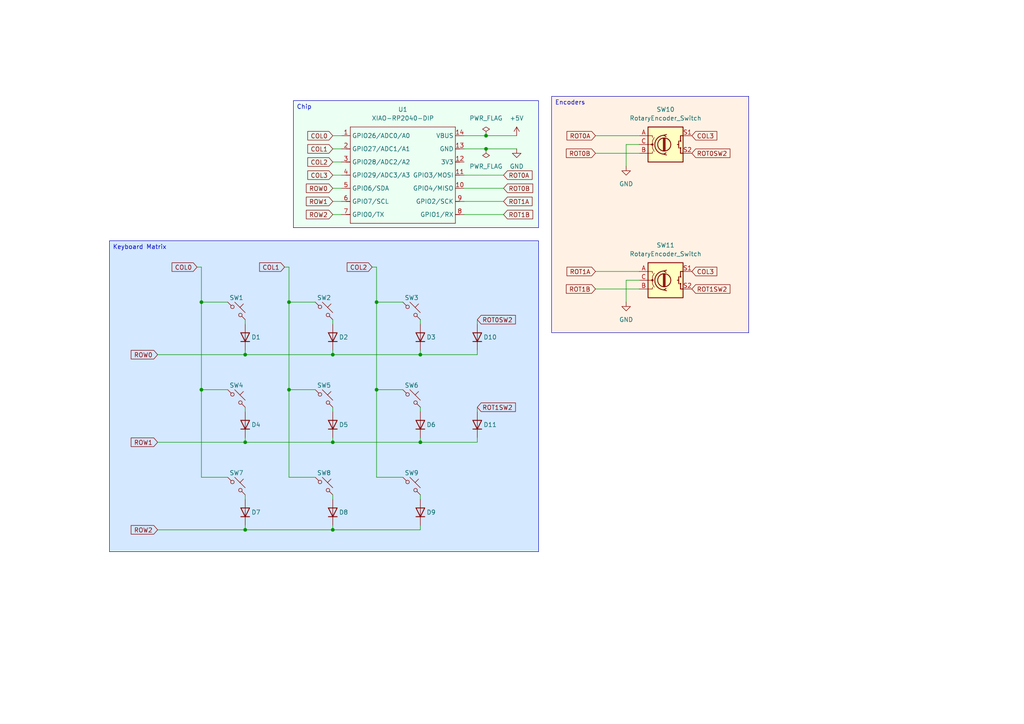
<source format=kicad_sch>
(kicad_sch (version 20250114) (generator "eeschema") (generator_version "9.0")
  (paper "A4")
  (lib_symbols
    (symbol "Device:RotaryEncoder_Switch" (pin_names (offset 0.254) (hide yes))
      (property "Reference" "SW" (at 0 6.604 0))
      (property "Value" "RotaryEncoder_Switch" (at 0 -6.604 0))
      (symbol "RotaryEncoder_Switch_0_1"
        (rectangle (start -5.08 5.08) (end 5.08 -5.08) (stroke (width 0.254)) (fill (type background)))
        (polyline (pts (xy -5.08 2.54) (xy -3.81 2.54) (xy -3.81 2.032)))
        (polyline (pts (xy -5.08 0) (xy -3.81 0) (xy -3.81 -1.016) (xy -3.302 -2.032)))
        (polyline (pts (xy -5.08 -2.54) (xy -3.81 -2.54) (xy -3.81 -2.032)))
        (polyline (pts (xy -4.318 0) (xy -3.81 0) (xy -3.81 1.016) (xy -3.302 2.032)))
        (circle (center -3.81 0) (radius 0.254) (fill (type outline)))
        (polyline (pts (xy -0.635 -1.778) (xy -0.635 1.778)) (stroke (width 0.254)))
        (circle (center -0.381 0) (radius 1.905) (stroke (width 0.254)))
        (polyline (pts (xy -0.381 -1.778) (xy -0.381 1.778)) (stroke (width 0.254)))
        (arc (start -0.381 -2.794) (mid -3.0988 -0.0635) (end -0.381 2.667) (stroke (width 0.254)))
        (polyline (pts (xy -0.127 1.778) (xy -0.127 -1.778)) (stroke (width 0.254)))
        (polyline (pts (xy 0.254 2.921) (xy -0.508 2.667) (xy 0.127 2.286)) (stroke (width 0.254)))
        (polyline (pts (xy 0.254 -3.048) (xy -0.508 -2.794) (xy 0.127 -2.413)) (stroke (width 0.254)))
        (polyline (pts (xy 3.81 1.016) (xy 3.81 -1.016)) (stroke (width 0.254)))
        (polyline (pts (xy 3.81 0) (xy 3.429 0)) (stroke (width 0.254)))
        (circle (center 4.318 1.016) (radius 0.127) (stroke (width 0.254)))
        (circle (center 4.318 -1.016) (radius 0.127) (stroke (width 0.254)))
        (polyline (pts (xy 5.08 2.54) (xy 4.318 2.54) (xy 4.318 1.016)) (stroke (width 0.254)))
        (polyline (pts (xy 5.08 -2.54) (xy 4.318 -2.54) (xy 4.318 -1.016)) (stroke (width 0.254)))
      )
      (symbol "RotaryEncoder_Switch_1_1"
        (pin passive line (at -7.62 2.54 0) (length 2.54) (name "A") (number "A"))
        (pin passive line (at -7.62 0 0) (length 2.54) (name "C") (number "C"))
        (pin passive line (at -7.62 -2.54 0) (length 2.54) (name "B") (number "B"))
        (pin passive line (at 7.62 2.54 180) (length 2.54) (name "S1") (number "S1"))
        (pin passive line (at 7.62 -2.54 180) (length 2.54) (name "S2") (number "S2"))
      )
    )
    (symbol "Diode:1N4148" (pin_numbers (hide yes)) (pin_names (hide yes))
      (property "Reference" "D" (at 0 2.54 0))
      (property "Value" "1N4148" (at 0 -2.54 0))
      (symbol "1N4148_0_1"
        (polyline (pts (xy -1.27 1.27) (xy -1.27 -1.27)) (stroke (width 0.254)))
        (polyline (pts (xy 1.27 1.27) (xy 1.27 -1.27) (xy -1.27 0) (xy 1.27 1.27)) (stroke (width 0.254)))
        (polyline (pts (xy 1.27 0) (xy -1.27 0)))
      )
      (symbol "1N4148_1_1"
        (pin passive line (at -3.81 0 0) (length 2.54) (name "K") (number "1"))
        (pin passive line (at 3.81 0 180) (length 2.54) (name "A") (number "2"))
      )
    )
    (symbol "Seeed_Studio_XIAO_Series:XIAO-RP2040-DIP"
      (property "Reference" "U" (at 0 0 0))
      (property "Value" "XIAO-RP2040-DIP" (at 5.334 -1.778 0))
      (symbol "XIAO-RP2040-DIP_1_0"
        (polyline (pts (xy -1.27 -2.54) (xy 29.21 -2.54)) (stroke (width 0.1524)))
        (polyline (pts (xy -1.27 -5.08) (xy -2.54 -5.08)) (stroke (width 0.1524)))
        (polyline (pts (xy -1.27 -5.08) (xy -1.27 -2.54)) (stroke (width 0.1524)))
        (polyline (pts (xy -1.27 -8.89) (xy -2.54 -8.89)) (stroke (width 0.1524)))
        (polyline (pts (xy -1.27 -8.89) (xy -1.27 -5.08)) (stroke (width 0.1524)))
        (polyline (pts (xy -1.27 -12.7) (xy -2.54 -12.7)) (stroke (width 0.1524)))
        (polyline (pts (xy -1.27 -12.7) (xy -1.27 -8.89)) (stroke (width 0.1524)))
        (polyline (pts (xy -1.27 -16.51) (xy -2.54 -16.51)) (stroke (width 0.1524)))
        (polyline (pts (xy -1.27 -16.51) (xy -1.27 -12.7)) (stroke (width 0.1524)))
        (polyline (pts (xy -1.27 -20.32) (xy -2.54 -20.32)) (stroke (width 0.1524)))
        (polyline (pts (xy -1.27 -24.13) (xy -2.54 -24.13)) (stroke (width 0.1524)))
        (polyline (pts (xy -1.27 -27.94) (xy -2.54 -27.94)) (stroke (width 0.1524)))
        (polyline (pts (xy -1.27 -30.48) (xy -1.27 -16.51)) (stroke (width 0.1524)))
        (polyline (pts (xy 29.21 -2.54) (xy 29.21 -5.08)) (stroke (width 0.1524)))
        (polyline (pts (xy 29.21 -5.08) (xy 29.21 -8.89)) (stroke (width 0.1524)))
        (polyline (pts (xy 29.21 -8.89) (xy 29.21 -12.7)) (stroke (width 0.1524)))
        (polyline (pts (xy 29.21 -12.7) (xy 29.21 -30.48)) (stroke (width 0.1524)))
        (polyline (pts (xy 29.21 -30.48) (xy -1.27 -30.48)) (stroke (width 0.1524)))
        (polyline (pts (xy 30.48 -5.08) (xy 29.21 -5.08)) (stroke (width 0.1524)))
        (polyline (pts (xy 30.48 -8.89) (xy 29.21 -8.89)) (stroke (width 0.1524)))
        (polyline (pts (xy 30.48 -12.7) (xy 29.21 -12.7)) (stroke (width 0.1524)))
        (polyline (pts (xy 30.48 -16.51) (xy 29.21 -16.51)) (stroke (width 0.1524)))
        (polyline (pts (xy 30.48 -20.32) (xy 29.21 -20.32)) (stroke (width 0.1524)))
        (polyline (pts (xy 30.48 -24.13) (xy 29.21 -24.13)) (stroke (width 0.1524)))
        (polyline (pts (xy 30.48 -27.94) (xy 29.21 -27.94)) (stroke (width 0.1524)))
        (pin passive line (at -3.81 -5.08 0) (length 2.54) (name "GPIO26/ADC0/A0") (number "1"))
        (pin passive line (at -3.81 -8.89 0) (length 2.54) (name "GPIO27/ADC1/A1") (number "2"))
        (pin passive line (at -3.81 -12.7 0) (length 2.54) (name "GPIO28/ADC2/A2") (number "3"))
        (pin passive line (at -3.81 -16.51 0) (length 2.54) (name "GPIO29/ADC3/A3") (number "4"))
        (pin passive line (at -3.81 -20.32 0) (length 2.54) (name "GPIO6/SDA") (number "5"))
        (pin passive line (at -3.81 -24.13 0) (length 2.54) (name "GPIO7/SCL") (number "6"))
        (pin passive line (at -3.81 -27.94 0) (length 2.54) (name "GPIO0/TX") (number "7"))
        (pin passive line (at 31.75 -5.08 180) (length 2.54) (name "VBUS") (number "14"))
        (pin passive line (at 31.75 -8.89 180) (length 2.54) (name "GND") (number "13"))
        (pin passive line (at 31.75 -12.7 180) (length 2.54) (name "3V3") (number "12"))
        (pin passive line (at 31.75 -16.51 180) (length 2.54) (name "GPIO3/MOSI") (number "11"))
        (pin passive line (at 31.75 -20.32 180) (length 2.54) (name "GPIO4/MISO") (number "10"))
        (pin passive line (at 31.75 -24.13 180) (length 2.54) (name "GPIO2/SCK") (number "9"))
        (pin passive line (at 31.75 -27.94 180) (length 2.54) (name "GPIO1/RX") (number "8"))
      )
    )
    (symbol "Switch:SW_Push_45deg" (pin_numbers (hide yes)) (pin_names (offset 1.016) (hide yes))
      (property "Reference" "SW" (at 3.048 1.016 0))
      (property "Value" "SW_Push_45deg" (at 0 -3.81 0))
      (symbol "SW_Push_45deg_0_1"
        (polyline (pts (xy -2.54 2.54) (xy -1.524 1.524) (xy -1.524 1.524)))
        (circle (center -1.1684 1.1684) (radius 0.508))
        (polyline (pts (xy -0.508 2.54) (xy 2.54 -0.508)))
        (polyline (pts (xy 1.016 1.016) (xy 2.032 2.032)))
        (circle (center 1.143 -1.1938) (radius 0.508))
        (polyline (pts (xy 1.524 -1.524) (xy 2.54 -2.54) (xy 2.54 -2.54) (xy 2.54 -2.54)))
        (pin passive line (at -2.54 2.54 0) (length 0) (name "1") (number "1"))
        (pin passive line (at 2.54 -2.54 180) (length 0) (name "2") (number "2"))
      )
    )
    (symbol "power:+5V" (power) (pin_numbers (hide yes)) (pin_names (offset 0) (hide yes))
      (property "Value" "+5V" (at 0 3.556 0))
      (symbol "+5V_0_1"
        (polyline (pts (xy -0.762 1.27) (xy 0 2.54)))
        (polyline (pts (xy 0 2.54) (xy 0.762 1.27)))
        (polyline (pts (xy 0 0) (xy 0 2.54)))
      )
      (symbol "+5V_1_1"
        (pin power_in line (at 0 0 90) (length 0) (name "~") (number "1"))
      )
    )
    (symbol "power:GND" (power) (pin_numbers (hide yes)) (pin_names (offset 0) (hide yes))
      (property "Value" "GND" (at 0 -3.81 0))
      (symbol "GND_0_1"
        (polyline (pts (xy 0 0) (xy 0 -1.27) (xy 1.27 -1.27) (xy 0 -2.54) (xy -1.27 -1.27) (xy 0 -1.27)))
      )
      (symbol "GND_1_1"
        (pin power_in line (at 0 0 270) (length 0) (name "~") (number "1"))
      )
    )
    (symbol "power:PWR_FLAG" (power) (pin_numbers (hide yes)) (pin_names (offset 0) (hide yes))
      (property "Value" "PWR_FLAG" (at 0 3.81 0))
      (symbol "PWR_FLAG_0_0"
        (pin power_out line (at 0 0 90) (length 0) (name "~") (number "1"))
      )
      (symbol "PWR_FLAG_0_1"
        (polyline (pts (xy 0 0) (xy 0 1.27) (xy -1.016 1.905) (xy 0 2.54) (xy 1.016 1.905) (xy 0 1.27)))
      )
    )
  )
  (text_box "Keyboard Matrix" (at 31.75 69.85 0) (size 124.46 90.17) (margins 0.9525 0.9525 0.9525 0.9525) (fill (type color) (color 212 232 255 1)) (effects (font (size 1.27 1.27)) (justify left top)))
  (text_box "Chip" (at 85.09 29.21 0) (size 71.12 36.83) (margins 0.9525 0.9525 0.9525 0.9525) (fill (type color) (color 235 255 243 1)) (effects (font (size 1.27 1.27)) (justify left top)))
  (text_box "Encoders" (at 160.02 27.94 0) (size 57.15 68.58) (margins 0.9525 0.9525 0.9525 0.9525) (fill (type color) (color 255 242 228 1)) (effects (font (size 1.27 1.27)) (justify left top)))
  (junction (at 140.97 43.18))
  (junction (at 71.12 128.27))
  (junction (at 121.92 128.27))
  (junction (at 109.22 87.63))
  (junction (at 58.42 113.03))
  (junction (at 96.52 102.87))
  (junction (at 121.92 102.87))
  (junction (at 71.12 153.67))
  (junction (at 83.82 87.63))
  (junction (at 140.97 39.37))
  (junction (at 58.42 87.63))
  (junction (at 71.12 102.87))
  (junction (at 96.52 153.67))
  (junction (at 109.22 113.03))
  (junction (at 96.52 128.27))
  (junction (at 83.82 113.03))
  (wire (pts (xy 138.43 128.27) (xy 138.43 127)))
  (wire (pts (xy 109.22 87.63) (xy 116.84 87.63)))
  (wire (pts (xy 96.52 128.27) (xy 121.92 128.27)))
  (wire (pts (xy 121.92 153.67) (xy 121.92 152.4)))
  (wire (pts (xy 138.43 92.71) (xy 138.43 93.98)))
  (wire (pts (xy 109.22 113.03) (xy 116.84 113.03)))
  (wire (pts (xy 134.62 54.61) (xy 146.05 54.61)))
  (wire (pts (xy 134.62 58.42) (xy 146.05 58.42)))
  (wire (pts (xy 134.62 50.8) (xy 146.05 50.8)))
  (wire (pts (xy 96.52 39.37) (xy 99.06 39.37)))
  (wire (pts (xy 96.52 128.27) (xy 96.52 127)))
  (wire (pts (xy 140.97 39.37) (xy 149.86 39.37)))
  (wire (pts (xy 109.22 87.63) (xy 109.22 113.03)))
  (wire (pts (xy 121.92 128.27) (xy 138.43 128.27)))
  (wire (pts (xy 138.43 102.87) (xy 138.43 101.6)))
  (wire (pts (xy 140.97 43.18) (xy 149.86 43.18)))
  (wire (pts (xy 83.82 138.43) (xy 91.44 138.43)))
  (wire (pts (xy 83.82 87.63) (xy 91.44 87.63)))
  (wire (pts (xy 121.92 118.11) (xy 121.92 119.38)))
  (wire (pts (xy 45.72 128.27) (xy 71.12 128.27)))
  (wire (pts (xy 58.42 113.03) (xy 66.04 113.03)))
  (wire (pts (xy 121.92 102.87) (xy 121.92 101.6)))
  (wire (pts (xy 96.52 46.99) (xy 99.06 46.99)))
  (wire (pts (xy 58.42 87.63) (xy 66.04 87.63)))
  (wire (pts (xy 45.72 102.87) (xy 71.12 102.87)))
  (wire (pts (xy 58.42 138.43) (xy 66.04 138.43)))
  (wire (pts (xy 121.92 102.87) (xy 138.43 102.87)))
  (wire (pts (xy 82.55 77.47) (xy 83.82 77.47)))
  (wire (pts (xy 96.52 58.42) (xy 99.06 58.42)))
  (wire (pts (xy 71.12 92.71) (xy 71.12 93.98)))
  (wire (pts (xy 121.92 128.27) (xy 121.92 127)))
  (wire (pts (xy 71.12 128.27) (xy 96.52 128.27)))
  (wire (pts (xy 83.82 87.63) (xy 83.82 113.03)))
  (wire (pts (xy 71.12 153.67) (xy 71.12 152.4)))
  (wire (pts (xy 181.61 41.91) (xy 181.61 48.26)))
  (wire (pts (xy 96.52 102.87) (xy 96.52 101.6)))
  (wire (pts (xy 83.82 77.47) (xy 83.82 87.63)))
  (wire (pts (xy 121.92 92.71) (xy 121.92 93.98)))
  (wire (pts (xy 96.52 92.71) (xy 96.52 93.98)))
  (wire (pts (xy 96.52 102.87) (xy 121.92 102.87)))
  (wire (pts (xy 181.61 81.28) (xy 181.61 87.63)))
  (wire (pts (xy 109.22 138.43) (xy 116.84 138.43)))
  (wire (pts (xy 71.12 102.87) (xy 71.12 101.6)))
  (wire (pts (xy 58.42 77.47) (xy 58.42 87.63)))
  (wire (pts (xy 71.12 118.11) (xy 71.12 119.38)))
  (wire (pts (xy 45.72 153.67) (xy 71.12 153.67)))
  (wire (pts (xy 121.92 143.51) (xy 121.92 144.78)))
  (wire (pts (xy 96.52 54.61) (xy 99.06 54.61)))
  (wire (pts (xy 96.52 153.67) (xy 121.92 153.67)))
  (wire (pts (xy 96.52 153.67) (xy 96.52 152.4)))
  (wire (pts (xy 134.62 39.37) (xy 140.97 39.37)))
  (wire (pts (xy 71.12 153.67) (xy 96.52 153.67)))
  (wire (pts (xy 96.52 62.23) (xy 99.06 62.23)))
  (wire (pts (xy 96.52 50.8) (xy 99.06 50.8)))
  (wire (pts (xy 96.52 143.51) (xy 96.52 144.78)))
  (wire (pts (xy 172.72 78.74) (xy 185.42 78.74)))
  (wire (pts (xy 71.12 102.87) (xy 96.52 102.87)))
  (wire (pts (xy 185.42 41.91) (xy 181.61 41.91)))
  (wire (pts (xy 96.52 43.18) (xy 99.06 43.18)))
  (wire (pts (xy 83.82 113.03) (xy 83.82 138.43)))
  (wire (pts (xy 71.12 128.27) (xy 71.12 127)))
  (wire (pts (xy 172.72 44.45) (xy 185.42 44.45)))
  (wire (pts (xy 134.62 62.23) (xy 146.05 62.23)))
  (wire (pts (xy 138.43 118.11) (xy 138.43 119.38)))
  (wire (pts (xy 109.22 77.47) (xy 109.22 87.63)))
  (wire (pts (xy 172.72 39.37) (xy 185.42 39.37)))
  (wire (pts (xy 58.42 87.63) (xy 58.42 113.03)))
  (wire (pts (xy 107.95 77.47) (xy 109.22 77.47)))
  (wire (pts (xy 96.52 118.11) (xy 96.52 119.38)))
  (wire (pts (xy 71.12 143.51) (xy 71.12 144.78)))
  (wire (pts (xy 58.42 113.03) (xy 58.42 138.43)))
  (wire (pts (xy 109.22 113.03) (xy 109.22 138.43)))
  (wire (pts (xy 134.62 43.18) (xy 140.97 43.18)))
  (wire (pts (xy 57.15 77.47) (xy 58.42 77.47)))
  (wire (pts (xy 83.82 113.03) (xy 91.44 113.03)))
  (wire (pts (xy 172.72 83.82) (xy 185.42 83.82)))
  (wire (pts (xy 185.42 81.28) (xy 181.61 81.28)))
  (global_label "COL3" (shape input) (at 200.66 39.37 0) (property "Intersheetrefs" "${INTERSHEET_REFS}" (effects (hide yes))))
  (global_label "ROT1A" (shape input) (at 146.05 58.42 0) (property "Intersheetrefs" "${INTERSHEET_REFS}" (effects (hide yes))))
  (global_label "ROT1B" (shape input) (at 172.72 83.82 180) (property "Intersheetrefs" "${INTERSHEET_REFS}" (effects (hide yes))))
  (global_label "ROW2" (shape input) (at 96.52 62.23 180) (property "Intersheetrefs" "${INTERSHEET_REFS}" (effects (hide yes))))
  (global_label "ROT0SW2" (shape input) (at 200.66 44.45 0) (property "Intersheetrefs" "${INTERSHEET_REFS}" (effects (hide yes))))
  (global_label "ROW1" (shape input) (at 45.72 128.27 180) (property "Intersheetrefs" "${INTERSHEET_REFS}" (effects (hide yes))))
  (global_label "COL1" (shape input) (at 82.55 77.47 180) (property "Intersheetrefs" "${INTERSHEET_REFS}" (effects (hide yes))))
  (global_label "COL3" (shape input) (at 200.66 78.74 0) (property "Intersheetrefs" "${INTERSHEET_REFS}" (effects (hide yes))))
  (global_label "ROT0A" (shape input) (at 172.72 39.37 180) (property "Intersheetrefs" "${INTERSHEET_REFS}" (effects (hide yes))))
  (global_label "ROT0B" (shape input) (at 146.05 54.61 0) (property "Intersheetrefs" "${INTERSHEET_REFS}" (effects (hide yes))))
  (global_label "COL0" (shape input) (at 96.52 39.37 180) (property "Intersheetrefs" "${INTERSHEET_REFS}" (effects (hide yes))))
  (global_label "COL2" (shape input) (at 107.95 77.47 180) (property "Intersheetrefs" "${INTERSHEET_REFS}" (effects (hide yes))))
  (global_label "ROT1A" (shape input) (at 172.72 78.74 180) (property "Intersheetrefs" "${INTERSHEET_REFS}" (effects (hide yes))))
  (global_label "ROT1SW2" (shape input) (at 200.66 83.82 0) (property "Intersheetrefs" "${INTERSHEET_REFS}" (effects (hide yes))))
  (global_label "ROT0A" (shape input) (at 146.05 50.8 0) (property "Intersheetrefs" "${INTERSHEET_REFS}" (effects (hide yes))))
  (global_label "ROT0B" (shape input) (at 172.72 44.45 180) (property "Intersheetrefs" "${INTERSHEET_REFS}" (effects (hide yes))))
  (global_label "COL2" (shape input) (at 96.52 46.99 180) (property "Intersheetrefs" "${INTERSHEET_REFS}" (effects (hide yes))))
  (global_label "ROT0SW2" (shape input) (at 138.43 92.71 0) (property "Intersheetrefs" "${INTERSHEET_REFS}" (effects (hide yes))))
  (global_label "COL0" (shape input) (at 57.15 77.47 180) (property "Intersheetrefs" "${INTERSHEET_REFS}" (effects (hide yes))))
  (global_label "ROW1" (shape input) (at 96.52 58.42 180) (property "Intersheetrefs" "${INTERSHEET_REFS}" (effects (hide yes))))
  (global_label "ROW0" (shape input) (at 96.52 54.61 180) (property "Intersheetrefs" "${INTERSHEET_REFS}" (effects (hide yes))))
  (global_label "ROW2" (shape input) (at 45.72 153.67 180) (property "Intersheetrefs" "${INTERSHEET_REFS}" (effects (hide yes))))
  (global_label "COL3" (shape input) (at 96.52 50.8 180) (property "Intersheetrefs" "${INTERSHEET_REFS}" (effects (hide yes))))
  (global_label "ROT1SW2" (shape input) (at 138.43 118.11 0) (property "Intersheetrefs" "${INTERSHEET_REFS}" (effects (hide yes))))
  (global_label "ROT1B" (shape input) (at 146.05 62.23 0) (property "Intersheetrefs" "${INTERSHEET_REFS}" (effects (hide yes))))
  (global_label "COL1" (shape input) (at 96.52 43.18 180) (property "Intersheetrefs" "${INTERSHEET_REFS}" (effects (hide yes))))
  (global_label "ROW0" (shape input) (at 45.72 102.87 180) (property "Intersheetrefs" "${INTERSHEET_REFS}" (effects (hide yes))))
  (symbol (lib_id "Diode:1N4148") (at 71.12 97.79 90) (unit 1)
    (property "Reference" "D1" (at 72.898 97.79 90) (effects (justify right)))
    (property "Value" "1N4148" (effects (hide yes)))
    (property "Footprint" "Diode_THT:D_DO-35_SOD27_P7.62mm_Horizontal" (effects (hide yes)))
    (property "Datasheet" "https://assets.nexperia.com/documents/data-sheet/1N4148_1N4448.pdf" (effects (hide yes)))
    (property "Description" "100V 0.15A standard switching diode, DO-35" (effects (hide yes)))
    (property "Sim.Device" "D" (effects (hide yes)))
    (property "Sim.Pins" "1=K 2=A" (effects (hide yes)))
  )
  (symbol (lib_id "Diode:1N4148") (at 96.52 148.59 90) (unit 1)
    (property "Reference" "D8" (at 98.298 148.59 90) (effects (justify right)))
    (property "Value" "1N4148" (effects (hide yes)))
    (property "Footprint" "Diode_THT:D_DO-35_SOD27_P7.62mm_Horizontal" (effects (hide yes)))
    (property "Datasheet" "https://assets.nexperia.com/documents/data-sheet/1N4148_1N4448.pdf" (effects (hide yes)))
    (property "Description" "100V 0.15A standard switching diode, DO-35" (effects (hide yes)))
    (property "Sim.Device" "D" (effects (hide yes)))
    (property "Sim.Pins" "1=K 2=A" (effects (hide yes)))
  )
  (symbol (lib_id "power:PWR_FLAG") (at 140.97 43.18 180) (unit 1)
    (property "Reference" "#FLG02" (effects (hide yes)))
    (property "Value" "PWR_FLAG" (at 140.97 48.26 0))
    (property "Description" "Special symbol for telling ERC where power comes from" (effects (hide yes)))
  )
  (symbol (lib_id "Device:RotaryEncoder_Switch") (at 193.04 81.28 0) (unit 1)
    (property "Reference" "SW11" (at 193.04 71.12 0))
    (property "Value" "RotaryEncoder_Switch" (at 193.04 73.66 0))
    (property "Footprint" "Rotary_Encoder:RotaryEncoder_Alps_EC11E-Switch_Vertical_H20mm" (effects (hide yes)))
    (property "Description" "Rotary encoder, dual channel, incremental quadrate outputs, with switch" (effects (hide yes)))
  )
  (symbol (lib_id "Switch:SW_Push_45deg") (at 68.58 115.57 0) (unit 1)
    (property "Reference" "SW4" (at 68.58 111.76 0))
    (property "Value" "SW_Push_45deg" (effects (hide yes)))
    (property "Footprint" "Button_Switch_Keyboard:SW_Cherry_MX_1.00u_PCB" (effects (hide yes)))
    (property "Description" "Push button switch, normally open, two pins, 45° tilted" (effects (hide yes)))
  )
  (symbol (lib_id "Diode:1N4148") (at 138.43 97.79 90) (unit 1)
    (property "Reference" "D10" (at 140.208 97.79 90) (effects (justify right)))
    (property "Value" "1N4148" (effects (hide yes)))
    (property "Footprint" "Diode_THT:D_DO-35_SOD27_P7.62mm_Horizontal" (effects (hide yes)))
    (property "Datasheet" "https://assets.nexperia.com/documents/data-sheet/1N4148_1N4448.pdf" (effects (hide yes)))
    (property "Description" "100V 0.15A standard switching diode, DO-35" (effects (hide yes)))
    (property "Sim.Device" "D" (effects (hide yes)))
    (property "Sim.Pins" "1=K 2=A" (effects (hide yes)))
  )
  (symbol (lib_id "Switch:SW_Push_45deg") (at 119.38 140.97 0) (unit 1)
    (property "Reference" "SW9" (at 119.38 137.16 0))
    (property "Value" "SW_Push_45deg" (effects (hide yes)))
    (property "Footprint" "Button_Switch_Keyboard:SW_Cherry_MX_1.00u_PCB" (effects (hide yes)))
    (property "Description" "Push button switch, normally open, two pins, 45° tilted" (effects (hide yes)))
  )
  (symbol (lib_id "power:GND") (at 149.86 43.18 0) (unit 1)
    (property "Reference" "#PWR01" (effects (hide yes)))
    (property "Value" "GND" (at 149.86 48.26 0))
    (property "Description" "Power symbol creates a global label with name \"GND\" , ground" (effects (hide yes)))
  )
  (symbol (lib_id "Switch:SW_Push_45deg") (at 93.98 90.17 0) (unit 1)
    (property "Reference" "SW2" (at 93.98 86.36 0))
    (property "Value" "SW_Push_45deg" (effects (hide yes)))
    (property "Footprint" "Button_Switch_Keyboard:SW_Cherry_MX_1.00u_PCB" (effects (hide yes)))
    (property "Description" "Push button switch, normally open, two pins, 45° tilted" (effects (hide yes)))
  )
  (symbol (lib_id "Diode:1N4148") (at 121.92 123.19 90) (unit 1)
    (property "Reference" "D6" (at 123.698 123.19 90) (effects (justify right)))
    (property "Value" "1N4148" (effects (hide yes)))
    (property "Footprint" "Diode_THT:D_DO-35_SOD27_P7.62mm_Horizontal" (effects (hide yes)))
    (property "Datasheet" "https://assets.nexperia.com/documents/data-sheet/1N4148_1N4448.pdf" (effects (hide yes)))
    (property "Description" "100V 0.15A standard switching diode, DO-35" (effects (hide yes)))
    (property "Sim.Device" "D" (effects (hide yes)))
    (property "Sim.Pins" "1=K 2=A" (effects (hide yes)))
  )
  (symbol (lib_id "Seeed_Studio_XIAO_Series:XIAO-RP2040-DIP") (at 102.87 34.29 0) (unit 1)
    (property "Reference" "U1" (at 116.84 31.75 0))
    (property "Value" "XIAO-RP2040-DIP" (at 116.84 34.29 0))
    (property "Footprint" "Seeed Studio XIAO Series Library:XIAO-RP2040-DIP" (effects (hide yes)))
  )
  (symbol (lib_id "Diode:1N4148") (at 71.12 123.19 90) (unit 1)
    (property "Reference" "D4" (at 72.898 123.19 90) (effects (justify right)))
    (property "Value" "1N4148" (effects (hide yes)))
    (property "Footprint" "Diode_THT:D_DO-35_SOD27_P7.62mm_Horizontal" (effects (hide yes)))
    (property "Datasheet" "https://assets.nexperia.com/documents/data-sheet/1N4148_1N4448.pdf" (effects (hide yes)))
    (property "Description" "100V 0.15A standard switching diode, DO-35" (effects (hide yes)))
    (property "Sim.Device" "D" (effects (hide yes)))
    (property "Sim.Pins" "1=K 2=A" (effects (hide yes)))
  )
  (symbol (lib_id "Diode:1N4148") (at 71.12 148.59 90) (unit 1)
    (property "Reference" "D7" (at 72.898 148.59 90) (effects (justify right)))
    (property "Value" "1N4148" (effects (hide yes)))
    (property "Footprint" "Diode_THT:D_DO-35_SOD27_P7.62mm_Horizontal" (effects (hide yes)))
    (property "Datasheet" "https://assets.nexperia.com/documents/data-sheet/1N4148_1N4448.pdf" (effects (hide yes)))
    (property "Description" "100V 0.15A standard switching diode, DO-35" (effects (hide yes)))
    (property "Sim.Device" "D" (effects (hide yes)))
    (property "Sim.Pins" "1=K 2=A" (effects (hide yes)))
  )
  (symbol (lib_id "power:GND") (at 181.61 48.26 0) (unit 1)
    (property "Reference" "#PWR07" (effects (hide yes)))
    (property "Value" "GND" (at 181.61 53.34 0))
    (property "Description" "Power symbol creates a global label with name \"GND\" , ground" (effects (hide yes)))
  )
  (symbol (lib_id "Diode:1N4148") (at 138.43 123.19 90) (unit 1)
    (property "Reference" "D11" (at 140.208 123.19 90) (effects (justify right)))
    (property "Value" "1N4148" (effects (hide yes)))
    (property "Footprint" "Diode_THT:D_DO-35_SOD27_P7.62mm_Horizontal" (effects (hide yes)))
    (property "Datasheet" "https://assets.nexperia.com/documents/data-sheet/1N4148_1N4448.pdf" (effects (hide yes)))
    (property "Description" "100V 0.15A standard switching diode, DO-35" (effects (hide yes)))
    (property "Sim.Device" "D" (effects (hide yes)))
    (property "Sim.Pins" "1=K 2=A" (effects (hide yes)))
  )
  (symbol (lib_id "Switch:SW_Push_45deg") (at 93.98 140.97 0) (unit 1)
    (property "Reference" "SW8" (at 93.98 137.16 0))
    (property "Value" "SW_Push_45deg" (effects (hide yes)))
    (property "Footprint" "Button_Switch_Keyboard:SW_Cherry_MX_1.00u_PCB" (effects (hide yes)))
    (property "Description" "Push button switch, normally open, two pins, 45° tilted" (effects (hide yes)))
  )
  (symbol (lib_id "Diode:1N4148") (at 121.92 97.79 90) (unit 1)
    (property "Reference" "D3" (at 123.698 97.79 90) (effects (justify right)))
    (property "Value" "1N4148" (effects (hide yes)))
    (property "Footprint" "Diode_THT:D_DO-35_SOD27_P7.62mm_Horizontal" (effects (hide yes)))
    (property "Datasheet" "https://assets.nexperia.com/documents/data-sheet/1N4148_1N4448.pdf" (effects (hide yes)))
    (property "Description" "100V 0.15A standard switching diode, DO-35" (effects (hide yes)))
    (property "Sim.Device" "D" (effects (hide yes)))
    (property "Sim.Pins" "1=K 2=A" (effects (hide yes)))
  )
  (symbol (lib_id "Switch:SW_Push_45deg") (at 93.98 115.57 0) (unit 1)
    (property "Reference" "SW5" (at 93.98 111.76 0))
    (property "Value" "SW_Push_45deg" (effects (hide yes)))
    (property "Footprint" "Button_Switch_Keyboard:SW_Cherry_MX_1.00u_PCB" (effects (hide yes)))
    (property "Description" "Push button switch, normally open, two pins, 45° tilted" (effects (hide yes)))
  )
  (symbol (lib_id "power:GND") (at 181.61 87.63 0) (unit 1)
    (property "Reference" "#PWR012" (effects (hide yes)))
    (property "Value" "GND" (at 181.61 92.71 0))
    (property "Description" "Power symbol creates a global label with name \"GND\" , ground" (effects (hide yes)))
  )
  (symbol (lib_id "Switch:SW_Push_45deg") (at 68.58 140.97 0) (unit 1)
    (property "Reference" "SW7" (at 68.58 137.16 0))
    (property "Value" "SW_Push_45deg" (effects (hide yes)))
    (property "Footprint" "Button_Switch_Keyboard:SW_Cherry_MX_1.00u_PCB" (effects (hide yes)))
    (property "Description" "Push button switch, normally open, two pins, 45° tilted" (effects (hide yes)))
  )
  (symbol (lib_id "Switch:SW_Push_45deg") (at 119.38 115.57 0) (unit 1)
    (property "Reference" "SW6" (at 119.38 111.76 0))
    (property "Value" "SW_Push_45deg" (effects (hide yes)))
    (property "Footprint" "Button_Switch_Keyboard:SW_Cherry_MX_1.00u_PCB" (effects (hide yes)))
    (property "Description" "Push button switch, normally open, two pins, 45° tilted" (effects (hide yes)))
  )
  (symbol (lib_id "Diode:1N4148") (at 96.52 123.19 90) (unit 1)
    (property "Reference" "D5" (at 98.298 123.19 90) (effects (justify right)))
    (property "Value" "1N4148" (effects (hide yes)))
    (property "Footprint" "Diode_THT:D_DO-35_SOD27_P7.62mm_Horizontal" (effects (hide yes)))
    (property "Datasheet" "https://assets.nexperia.com/documents/data-sheet/1N4148_1N4448.pdf" (effects (hide yes)))
    (property "Description" "100V 0.15A standard switching diode, DO-35" (effects (hide yes)))
    (property "Sim.Device" "D" (effects (hide yes)))
    (property "Sim.Pins" "1=K 2=A" (effects (hide yes)))
  )
  (symbol (lib_id "power:PWR_FLAG") (at 140.97 39.37 0) (unit 1)
    (property "Reference" "#FLG01" (effects (hide yes)))
    (property "Value" "PWR_FLAG" (at 140.97 34.29 0))
    (property "Description" "Special symbol for telling ERC where power comes from" (effects (hide yes)))
  )
  (symbol (lib_id "Switch:SW_Push_45deg") (at 119.38 90.17 0) (unit 1)
    (property "Reference" "SW3" (at 119.38 86.36 0))
    (property "Value" "SW_Push_45deg" (effects (hide yes)))
    (property "Footprint" "Button_Switch_Keyboard:SW_Cherry_MX_1.00u_PCB" (effects (hide yes)))
    (property "Description" "Push button switch, normally open, two pins, 45° tilted" (effects (hide yes)))
  )
  (symbol (lib_id "Diode:1N4148") (at 121.92 148.59 90) (unit 1)
    (property "Reference" "D9" (at 123.698 148.59 90) (effects (justify right)))
    (property "Value" "1N4148" (effects (hide yes)))
    (property "Footprint" "Diode_THT:D_DO-35_SOD27_P7.62mm_Horizontal" (effects (hide yes)))
    (property "Datasheet" "https://assets.nexperia.com/documents/data-sheet/1N4148_1N4448.pdf" (effects (hide yes)))
    (property "Description" "100V 0.15A standard switching diode, DO-35" (effects (hide yes)))
    (property "Sim.Device" "D" (effects (hide yes)))
    (property "Sim.Pins" "1=K 2=A" (effects (hide yes)))
  )
  (symbol (lib_id "Device:RotaryEncoder_Switch") (at 193.04 41.91 0) (unit 1)
    (property "Reference" "SW10" (at 193.04 31.75 0))
    (property "Value" "RotaryEncoder_Switch" (at 193.04 34.29 0))
    (property "Footprint" "Rotary_Encoder:RotaryEncoder_Alps_EC11E-Switch_Vertical_H20mm" (effects (hide yes)))
    (property "Description" "Rotary encoder, dual channel, incremental quadrate outputs, with switch" (effects (hide yes)))
  )
  (symbol (lib_id "power:+5V") (at 149.86 39.37 0) (unit 1)
    (property "Reference" "#PWR02" (effects (hide yes)))
    (property "Value" "+5V" (at 149.86 34.29 0))
    (property "Description" "Power symbol creates a global label with name \"+5V\"" (effects (hide yes)))
  )
  (symbol (lib_id "Diode:1N4148") (at 96.52 97.79 90) (unit 1)
    (property "Reference" "D2" (at 98.298 97.79 90) (effects (justify right)))
    (property "Value" "1N4148" (effects (hide yes)))
    (property "Footprint" "Diode_THT:D_DO-35_SOD27_P7.62mm_Horizontal" (effects (hide yes)))
    (property "Datasheet" "https://assets.nexperia.com/documents/data-sheet/1N4148_1N4448.pdf" (effects (hide yes)))
    (property "Description" "100V 0.15A standard switching diode, DO-35" (effects (hide yes)))
    (property "Sim.Device" "D" (effects (hide yes)))
    (property "Sim.Pins" "1=K 2=A" (effects (hide yes)))
  )
  (symbol (lib_id "Switch:SW_Push_45deg") (at 68.58 90.17 0) (unit 1)
    (property "Reference" "SW1" (at 68.58 86.36 0))
    (property "Value" "SW_Push_45deg" (effects (hide yes)))
    (property "Footprint" "Button_Switch_Keyboard:SW_Cherry_MX_1.00u_PCB" (effects (hide yes)))
    (property "Description" "Push button switch, normally open, two pins, 45° tilted" (effects (hide yes)))
  )
)
</source>
